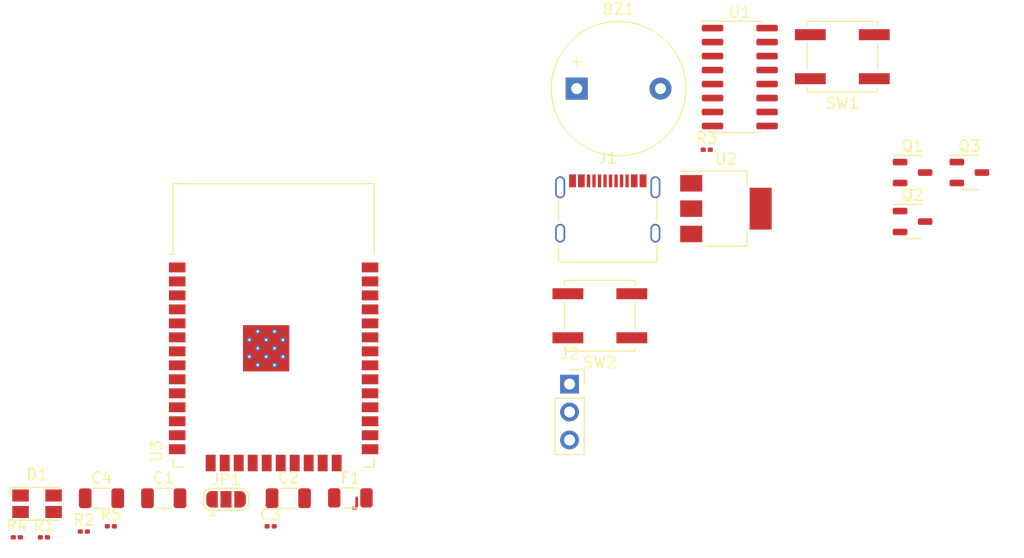
<source format=kicad_pcb>
(kicad_pcb (version 20211014) (generator pcbnew)
  (layers (0 "F.Cu" signal) (31 "B.Cu" signal) (34 "B.Paste" user) (35 "F.Paste" user) (36 "B.SilkS" user "B.Silkscreen") (37 "F.SilkS" user "F.Silkscreen") (38 "B.Mask" user) (39 "F.Mask" user) (44 "Edge.Cuts" user))
  (net 0 "")
  (net 1 "VBUS")
  (net 2 "Net-(BZ1-Pad2)")
  (net 3 "GND")
  (net 4 "+3.3V")
  (net 5 "Net-(D1-Pad1)")
  (net 6 "LED_B")
  (net 7 "LED_G")
  (net 8 "LED_R")
  (net 9 "Net-(F1-Pad1)")
  (net 11 "USB_D+")
  (net 12 "USB_D-")
  (net 16 "CONTROL")
  (net 17 "Net-(JP1-Pad2)")
  (net 18 "Net-(U1-Pad14)")
  (net 19 "EN")
  (net 20 "RST")
  (net 21 "ESP-RX")
  (net 22 "ESP-TX")
  (net 35 "BUZ")
  (net 56 "Net-(R1-Pad2)")
  (net 57 "Net-(R1-Pad1)")
  (net 58 "Net-(R2-Pad2)")
  (footprint "Package_TO_SOT_SMD:SOT-23-3" (layer "F.Cu") (at 193.04 75.57)
    (fp_text reference "Q2" (at 0 -2.4) (layer "F.SilkS"))
    (fp_text value "Q_PMOS_DGS")
    (fp_line (start 0 1.56) (end 0.8 1.56) (layer "F.SilkS") (width 0.12))
    (fp_line (start 0 -1.56) (end 0.8 -1.56) (layer "F.SilkS") (width 0.12))
    (fp_line (start 0 1.56) (end -0.8 1.56) (layer "F.SilkS") (width 0.12))
    (fp_line (start 0 -1.56) (end -1.8 -1.56) (layer "F.SilkS") (width 0.12))
    (pad "1" smd roundrect locked (at -1.1375 -0.95) (size 1.325 0.6) (layers "F.Cu" "F.Paste" "F.Mask") (net 57 "Net-(R1-Pad1)"))
    (pad "2" smd roundrect locked (at -1.1375 0.95) (size 1.325 0.6) (layers "F.Cu" "F.Paste" "F.Mask") (net 58 "Net-(R2-Pad2)"))
    (pad "3" smd roundrect locked (at 1.1375 0) (size 1.325 0.6) (layers "F.Cu" "F.Paste" "F.Mask") (net 19 "EN"))
  )
  (footprint "Capacitor_SMD:C_1206_3216Metric" (layer "F.Cu") (at 125.09 100.7)
    (fp_text reference "C1" (at 0 -1.85) (layer "F.SilkS"))
    (fp_text value "4.7uF")
    (fp_line (start -0.711252 -0.91) (end 0.711252 -0.91) (layer "F.SilkS") (width 0.12))
    (fp_line (start -0.711252 0.91) (end 0.711252 0.91) (layer "F.SilkS") (width 0.12))
    (pad "1" smd roundrect (at -1.475 0) (size 1.15 1.8) (layers "F.Cu" "F.Paste" "F.Mask") (roundrect_rratio 0.217391) (net 1 "VBUS"))
    (pad "2" smd roundrect (at 1.475 0) (size 1.15 1.8) (layers "F.Cu" "F.Paste" "F.Mask") (roundrect_rratio 0.217391) (net 3 "GND"))
  )
  (footprint "Package_SO:SOIC-16_3.9x9.9mm_P1.27mm" (layer "F.Cu") (at 177.36 62.45)
    (fp_text reference "U1" (at 0 -5.9) (layer "F.SilkS"))
    (fp_text value "CH340G")
    (fp_line (start 0 -5.06) (end -3.45 -5.06) (layer "F.SilkS") (width 0.12))
    (fp_line (start 0 5.06) (end -1.95 5.06) (layer "F.SilkS") (width 0.12))
    (fp_line (start 0 5.06) (end 1.95 5.06) (layer "F.SilkS") (width 0.12))
    (fp_line (start 0 -5.06) (end 1.95 -5.06) (layer "F.SilkS") (width 0.12))
    (pad "1" smd roundrect (at -2.475 -4.445) (size 1.95 0.6) (layers "F.Cu" "F.Paste" "F.Mask") (net 3 "GND"))
    (pad "2" smd roundrect (at -2.475 -3.175) (size 1.95 0.6) (layers "F.Cu" "F.Paste" "F.Mask") (net 21 "ESP-RX"))
    (pad "3" smd roundrect (at -2.475 -1.905) (size 1.95 0.6) (layers "F.Cu" "F.Paste" "F.Mask") (net 22 "ESP-TX"))
    (pad "4" smd roundrect (at -2.475 -0.635) (size 1.95 0.6) (layers "F.Cu" "F.Paste" "F.Mask") (net 17 "Net-(JP1-Pad2)"))
    (pad "5" smd roundrect (at -2.475 0.635) (size 1.95 0.6) (layers "F.Cu" "F.Paste" "F.Mask") (net 11 "USB_D+"))
    (pad "6" smd roundrect (at -2.475 1.905) (size 1.95 0.6) (layers "F.Cu" "F.Paste" "F.Mask") (net 12 "USB_D-"))
    (pad "7" smd roundrect (at -2.475 3.175) (size 1.95 0.6) (layers "F.Cu" "F.Paste" "F.Mask"))
    (pad "8" smd roundrect (at -2.475 4.445) (size 1.95 0.6) (layers "F.Cu" "F.Paste" "F.Mask"))
    (pad "9" smd roundrect (at 2.475 4.445) (size 1.95 0.6) (layers "F.Cu" "F.Paste" "F.Mask"))
    (pad "10" smd roundrect (at 2.475 3.175) (size 1.95 0.6) (layers "F.Cu" "F.Paste" "F.Mask"))
    (pad "11" smd roundrect (at 2.475 1.905) (size 1.95 0.6) (layers "F.Cu" "F.Paste" "F.Mask"))
    (pad "12" smd roundrect (at 2.475 0.635) (size 1.95 0.6) (layers "F.Cu" "F.Paste" "F.Mask"))
    (pad "13" smd roundrect (at 2.475 -0.635) (size 1.95 0.6) (layers "F.Cu" "F.Paste" "F.Mask") (net 57 "Net-(R1-Pad1)"))
    (pad "14" smd roundrect (at 2.475 -1.905) (size 1.95 0.6) (layers "F.Cu" "F.Paste" "F.Mask") (net 18 "Net-(U1-Pad14)"))
    (pad "15" smd roundrect (at 2.475 -3.175) (size 1.95 0.6) (layers "F.Cu" "F.Paste" "F.Mask"))
    (pad "16" smd roundrect (at 2.475 -4.445) (size 1.95 0.6) (layers "F.Cu" "F.Paste" "F.Mask") (net 17 "Net-(JP1-Pad2)"))
  )
  (footprint "Resistor_SMD:R_0201_0603Metric" (layer "F.Cu") (at 174.36 69.05)
    (fp_text reference "R3" (at 0 -1.05) (layer "F.SilkS"))
    (fp_text value "10k")
    (pad "1" smd roundrect (at -0.32 0) (size 0.46 0.4) (layers "F.Cu" "F.Mask") (net 4 "+3.3V"))
    (pad "2" smd roundrect (at 0.32 0) (size 0.46 0.4) (layers "F.Cu" "F.Mask") (net 19 "EN"))
  )
  (footprint "Jumper:SolderJumper-3_P1.3mm_Open_RoundedPad1.0x1.5mm" (layer "F.Cu") (at 130.74 100.8)
    (fp_text reference "JP1" (at 0 -1.8) (layer "F.SilkS"))
    (fp_text value "SolderJumper_3_Open")
    (fp_line (start 1.4 1) (end -1.4 1) (layer "F.SilkS") (width 0.12))
    (fp_line (start -1.4 -1) (end 1.4 -1) (layer "F.SilkS") (width 0.12))
    (fp_line (start 2.05 -0.3) (end 2.05 0.3) (layer "F.SilkS") (width 0.12))
    (fp_line (start -1.5 1.5) (end -0.9 1.5) (layer "F.SilkS") (width 0.12))
    (fp_line (start -2.05 0.3) (end -2.05 -0.3) (layer "F.SilkS") (width 0.12))
    (fp_line (start -1.2 1.2) (end -1.5 1.5) (layer "F.SilkS") (width 0.12))
    (fp_line (start -1.2 1.2) (end -0.9 1.5) (layer "F.SilkS") (width 0.12))
    (fp_arc (start -2.05 -0.3) (mid -1.844975 -0.794975) (end -1.35 -1) (layer "F.SilkS") (width 0.12))
    (fp_arc (start 2.05 0.3) (mid 1.844975 0.794975) (end 1.35 1) (layer "F.SilkS") (width 0.12))
    (fp_arc (start 1.35 -1) (mid 1.844975 -0.794975) (end 2.05 -0.3) (layer "F.SilkS") (width 0.12))
    (fp_arc (start -1.35 1) (mid -1.844975 0.794975) (end -2.05 0.3) (layer "F.SilkS") (width 0.12))
    (pad "1" smd custom (at -1.3 0) (size 1 0.5) (layers "F.Cu" "F.Mask") (net 1 "VBUS") (options (clearance outline) (anchor rect)) (primitives (gr_circle (center 0 0.25) (end 0.5 0.25) (width 0) (fill yes)) (gr_circle (center 0 -0.25) (end 0.5 -0.25) (width 0) (fill yes)) (gr_poly (pts (xy 0.55 0.75) (xy 0 0.75) (xy 0 -0.75) (xy 0.55 -0.75)) (width 0) (fill yes))))
    (pad "2" smd rect (at 0 0) (size 1 1.5) (layers "F.Cu" "F.Mask") (net 17 "Net-(JP1-Pad2)"))
    (pad "3" smd custom (at 1.3 0) (size 1 0.5) (layers "F.Cu" "F.Mask") (net 4 "+3.3V") (options (clearance outline) (anchor rect)) (primitives (gr_circle (center 0 0.25) (end 0.5 0.25) (width 0) (fill yes)) (gr_circle (center 0 -0.25) (end 0.5 -0.25) (width 0) (fill yes)) (gr_poly (pts (xy 0 0.75) (xy -0.55 0.75) (xy -0.55 -0.75) (xy 0 -0.75)) (width 0) (fill yes))))
  )
  (footprint "Resistor_SMD:R_0201_0603Metric" (layer "F.Cu") (at 117.84 103.73)
    (fp_text reference "R2" (at 0 -1.05) (layer "F.SilkS"))
    (fp_text value "10k")
    (pad "1" smd roundrect (at -0.32 0) (size 0.46 0.4) (layers "F.Cu" "F.Mask") (net 18 "Net-(U1-Pad14)"))
    (pad "2" smd roundrect (at 0.32 0) (size 0.46 0.4) (layers "F.Cu" "F.Mask") (net 58 "Net-(R2-Pad2)"))
  )
  (footprint "Connector_USB:USB_C_Receptacle_Palconn_UTC16-G" (layer "F.Cu") (at 165.38 74.39)
    (fp_text reference "J1" (at 0 -4.58) (layer "F.SilkS"))
    (fp_text value "CSP-USC16-TR")
    (fp_line (start -4.47 4.84) (end -4.47 3.38) (layer "F.SilkS") (width 0.12))
    (fp_line (start 4.47 -0.67) (end 4.47 1.13) (layer "F.SilkS") (width 0.12))
    (fp_line (start 4.47 4.84) (end 4.47 3.38) (layer "F.SilkS") (width 0.12))
    (fp_line (start 4.47 4.84) (end -4.47 4.84) (layer "F.SilkS") (width 0.12))
    (fp_line (start -4.47 -0.67) (end -4.47 1.13) (layer "F.SilkS") (width 0.12))
    (pad "" np_thru_hole circle (at 2.89 -1.45 180) (size 0.6 0.6) (drill 0.6) (layers *.Cu *.Mask))
    (pad "" np_thru_hole circle (at -2.89 -1.45 180) (size 0.6 0.6) (drill 0.6) (layers *.Cu *.Mask))
    (pad "A1" smd rect (at -3.2 -2.51) (size 0.6 1.16) (layers "F.Cu" "F.Paste" "F.Mask") (net 3 "GND"))
    (pad "A4" smd rect (at -2.4 -2.51) (size 0.6 1.16) (layers "F.Cu" "F.Paste" "F.Mask") (net 9 "Net-(F1-Pad1)"))
    (pad "A5" smd rect (at -1.25 -2.51 180) (size 0.3 1.16) (layers "F.Cu" "F.Paste" "F.Mask"))
    (pad "A6" smd rect (at -0.25 -2.51 180) (size 0.3 1.16) (layers "F.Cu" "F.Paste" "F.Mask") (net 11 "USB_D+"))
    (pad "A7" smd rect (at 0.25 -2.51 180) (size 0.3 1.16) (layers "F.Cu" "F.Paste" "F.Mask") (net 12 "USB_D-"))
    (pad "A8" smd rect (at 1.25 -2.51 180) (size 0.3 1.16) (layers "F.Cu" "F.Paste" "F.Mask"))
    (pad "A9" smd rect (at 2.4 -2.51) (size 0.6 1.16) (layers "F.Cu" "F.Paste" "F.Mask") (net 9 "Net-(F1-Pad1)"))
    (pad "A12" smd rect (at 3.2 -2.51) (size 0.6 1.16) (layers "F.Cu" "F.Paste" "F.Mask") (net 3 "GND"))
    (pad "B1" smd rect (at 3.2 -2.51) (size 0.6 1.16) (layers "F.Cu" "F.Paste" "F.Mask") (net 3 "GND"))
    (pad "B4" smd rect (at 2.4 -2.51) (size 0.6 1.16) (layers "F.Cu" "F.Paste" "F.Mask") (net 9 "Net-(F1-Pad1)"))
    (pad "B5" smd rect (at 1.75 -2.51 180) (size 0.3 1.16) (layers "F.Cu" "F.Paste" "F.Mask"))
    (pad "B6" smd rect (at 0.75 -2.51 180) (size 0.3 1.16) (layers "F.Cu" "F.Paste" "F.Mask") (net 11 "USB_D+"))
    (pad "B7" smd rect (at -0.75 -2.51 180) (size 0.3 1.16) (layers "F.Cu" "F.Paste" "F.Mask") (net 12 "USB_D-"))
    (pad "B8" smd rect (at -1.75 -2.51 180) (size 0.3 1.16) (layers "F.Cu" "F.Paste" "F.Mask"))
    (pad "B9" smd rect (at -2.4 -2.51) (size 0.6 1.16) (layers "F.Cu" "F.Paste" "F.Mask") (net 9 "Net-(F1-Pad1)"))
    (pad "B12" smd rect (at -3.2 -2.51) (size 0.6 1.16) (layers "F.Cu" "F.Paste" "F.Mask") (net 3 "GND"))
    (pad "S1" thru_hole oval (at 4.32 -1.93 90) (size 2 0.9) (drill oval 1.7 0.6) (layers *.Cu *.Mask) (net 3 "GND"))
    (pad "S1" thru_hole oval (at 4.32 2.24 90) (size 1.7 0.9) (drill oval 1.4 0.6) (layers *.Cu *.Mask) (net 3 "GND"))
    (pad "S1" thru_hole oval (at -4.32 -1.93 90) (size 2 0.9) (drill oval 1.7 0.6) (layers *.Cu *.Mask) (net 3 "GND"))
    (pad "S1" thru_hole oval (at -4.32 2.24 90) (size 1.7 0.9) (drill oval 1.4 0.6) (layers *.Cu *.Mask) (net 3 "GND"))
  )
  (footprint "Capacitor_SMD:C_0201_0603Metric" (layer "F.Cu") (at 134.79 103.25)
    (fp_text reference "C3" (at 0 -1.05) (layer "F.SilkS"))
    (fp_text value "10uF")
    (pad "1" smd roundrect (at -0.32 0) (size 0.46 0.4) (layers "F.Cu" "F.Mask") (net 4 "+3.3V"))
    (pad "2" smd roundrect (at 0.32 0) (size 0.46 0.4) (layers "F.Cu" "F.Mask") (net 3 "GND"))
  )
  (footprint "Capacitor_SMD:C_1206_3216Metric" (layer "F.Cu") (at 136.39 100.7)
    (fp_text reference "C2" (at 0 -1.85) (layer "F.SilkS"))
    (fp_text value "10uF")
    (fp_line (start -0.711252 0.91) (end 0.711252 0.91) (layer "F.SilkS") (width 0.12))
    (fp_line (start -0.711252 -0.91) (end 0.711252 -0.91) (layer "F.SilkS") (width 0.12))
    (pad "1" smd roundrect (at -1.475 0) (size 1.15 1.8) (layers "F.Cu" "F.Paste" "F.Mask") (roundrect_rratio 0.217391) (net 4 "+3.3V"))
    (pad "2" smd roundrect (at 1.475 0) (size 1.15 1.8) (layers "F.Cu" "F.Paste" "F.Mask") (roundrect_rratio 0.217391) (net 3 "GND"))
  )
  (footprint "Package_TO_SOT_SMD:SOT-23-3" (layer "F.Cu") (at 193.04 71.12)
    (fp_text reference "Q1" (at 0 -2.4) (layer "F.SilkS"))
    (fp_text value "Q_PMOS_DGS")
    (fp_line (start 0 -1.56) (end 0.8 -1.56) (layer "F.SilkS") (width 0.12))
    (fp_line (start 0 1.56) (end 0.8 1.56) (layer "F.SilkS") (width 0.12))
    (fp_line (start 0 1.56) (end -0.8 1.56) (layer "F.SilkS") (width 0.12))
    (fp_line (start 0 -1.56) (end -1.8 -1.56) (layer "F.SilkS") (width 0.12))
    (pad "1" smd roundrect locked (at -1.1375 -0.95) (size 1.325 0.6) (layers "F.Cu" "F.Paste" "F.Mask") (net 18 "Net-(U1-Pad14)"))
    (pad "2" smd roundrect locked (at -1.1375 0.95) (size 1.325 0.6) (layers "F.Cu" "F.Paste" "F.Mask") (net 56 "Net-(R1-Pad2)"))
    (pad "3" smd roundrect locked (at 1.1375 0) (size 1.325 0.6) (layers "F.Cu" "F.Paste" "F.Mask") (net 20 "RST"))
  )
  (footprint "Package_TO_SOT_SMD:SOT-23-3" (layer "F.Cu") (at 198.19 71.12)
    (fp_text reference "Q3" (at 0 -2.4) (layer "F.SilkS"))
    (fp_text value "Q_PMOS_DGS")
    (fp_line (start 0 1.56) (end -0.8 1.56) (layer "F.SilkS") (width 0.12))
    (fp_line (start 0 1.56) (end 0.8 1.56) (layer "F.SilkS") (width 0.12))
    (fp_line (start 0 -1.56) (end 0.8 -1.56) (layer "F.SilkS") (width 0.12))
    (fp_line (start 0 -1.56) (end -1.8 -1.56) (layer "F.SilkS") (width 0.12))
    (pad "1" smd roundrect locked (at -1.1375 -0.95) (size 1.325 0.6) (layers "F.Cu" "F.Paste" "F.Mask") (net 3 "GND"))
    (pad "2" smd roundrect locked (at -1.1375 0.95) (size 1.325 0.6) (layers "F.Cu" "F.Paste" "F.Mask") (net 35 "BUZ"))
    (pad "3" smd roundrect locked (at 1.1375 0) (size 1.325 0.6) (layers "F.Cu" "F.Paste" "F.Mask") (net 2 "Net-(BZ1-Pad2)"))
  )
  (footprint "Capacitor_SMD:C_1206_3216Metric" (layer "F.Cu") (at 119.44 100.7)
    (fp_text reference "C4" (at 0 -1.85) (layer "F.SilkS"))
    (fp_text value "100nF")
    (fp_line (start -0.711252 -0.91) (end 0.711252 -0.91) (layer "F.SilkS") (width 0.12))
    (fp_line (start -0.711252 0.91) (end 0.711252 0.91) (layer "F.SilkS") (width 0.12))
    (pad "1" smd roundrect (at -1.475 0) (size 1.15 1.8) (layers "F.Cu" "F.Paste" "F.Mask") (roundrect_rratio 0.217391) (net 4 "+3.3V"))
    (pad "2" smd roundrect (at 1.475 0) (size 1.15 1.8) (layers "F.Cu" "F.Paste" "F.Mask") (roundrect_rratio 0.217391) (net 3 "GND"))
  )
  (footprint "Resistor_SMD:R_1206_3216Metric" (layer "F.Cu") (at 142.02 100.67)
    (fp_text reference "F1" (at 0 -1.82) (layer "F.SilkS"))
    (fp_text value "Fuse")
    (fp_line (start -0.727064 0.91) (end 0.727064 0.91) (layer "F.SilkS") (width 0.12))
    (fp_line (start -0.727064 -0.91) (end 0.727064 -0.91) (layer "F.SilkS") (width 0.12))
    (pad "1" smd roundrect (at -1.4625 0) (size 1.125 1.75) (layers "F.Cu" "F.Paste" "F.Mask") (roundrect_rratio 0.222222) (net 9 "Net-(F1-Pad1)"))
    (pad "2" smd roundrect (at 1.4625 0) (size 1.125 1.75) (layers "F.Cu" "F.Paste" "F.Mask") (roundrect_rratio 0.222222) (net 1 "VBUS"))
  )
  (footprint "Package_TO_SOT_SMD:SOT-223-3_TabPin2" (layer "F.Cu") (at 176.1 74.4)
    (fp_text reference "U2" (at 0 -4.5) (layer "F.SilkS"))
    (fp_text value "AMS1117-3.3")
    (fp_line (start 1.91 3.41) (end 1.91 2.15) (layer "F.SilkS") (width 0.12))
    (fp_line (start -4.1 -3.41) (end 1.91 -3.41) (layer "F.SilkS") (width 0.12))
    (fp_line (start -1.85 3.41) (end 1.91 3.41) (layer "F.SilkS") (width 0.12))
    (fp_line (start 1.91 -3.41) (end 1.91 -2.15) (layer "F.SilkS") (width 0.12))
    (pad "1" smd rect (at -3.15 -2.3) (size 2 1.5) (layers "F.Cu" "F.Paste" "F.Mask") (net 3 "GND"))
    (pad "2" smd rect (at -3.15 0) (size 2 1.5) (layers "F.Cu" "F.Paste" "F.Mask") (net 4 "+3.3V"))
    (pad "2" smd rect (at 3.15 0) (size 2 3.8) (layers "F.Cu" "F.Paste" "F.Mask") (net 4 "+3.3V"))
    (pad "3" smd rect (at -3.15 2.3) (size 2 1.5) (layers "F.Cu" "F.Paste" "F.Mask") (net 1 "VBUS"))
  )
  (footprint "LED_SMD:LED_Avago_PLCC4_3.2x2.8mm_CW" (layer "F.Cu") (at 113.595044 101.2)
    (fp_text reference "D1" (at 0 -2.65) (layer "F.SilkS"))
    (fp_text value "LED_RGB")
    (fp_line (start -2.500044 -1.5) (end 1.95 -1.5) (layer "F.SilkS") (width 0.12))
    (fp_line (start -1.95 1.5) (end 1.95 1.5) (layer "F.SilkS") (width 0.12))
    (fp_line (start -2.5 -0.7) (end -2.5 -1.5) (layer "F.SilkS") (width 0.12))
    (pad "1" smd rect (at -1.5 -0.75) (size 1.5 1.1) (layers "F.Cu" "F.Paste" "F.Mask") (net 5 "Net-(D1-Pad1)"))
    (pad "2" smd rect (at 1.5 -0.75) (size 1.5 1.1) (layers "F.Cu" "F.Paste" "F.Mask") (net 6 "LED_B"))
    (pad "3" smd rect (at 1.5 0.75) (size 1.5 1.1) (layers "F.Cu" "F.Paste" "F.Mask") (net 7 "LED_G"))
    (pad "4" smd rect (at -1.5 0.75) (size 1.5 1.1) (layers "F.Cu" "F.Paste" "F.Mask") (net 8 "LED_R"))
  )
  (footprint "Resistor_SMD:R_0201_0603Metric" (layer "F.Cu") (at 120.29 103.25)
    (fp_text reference "R5" (at 0 -1.05) (layer "F.SilkS"))
    (fp_text value "1k")
    (pad "1" smd roundrect (at -0.32 0) (size 0.46 0.4) (layers "F.Cu" "F.Mask") (net 4 "+3.3V"))
    (pad "2" smd roundrect (at 0.32 0) (size 0.46 0.4) (layers "F.Cu" "F.Mask") (net 5 "Net-(D1-Pad1)"))
  )
  (footprint "Connector_PinSocket_2.54mm:PinSocket_1x03_P2.54mm_Vertical" (layer "F.Cu") (at 161.91 90.33)
    (fp_text reference "J2" (at 0 -2.77) (layer "F.SilkS"))
    (fp_text value "Conn_01x03_Male")
    (fp_line (start -1.33 1.27) (end -1.33 6.41) (layer "F.SilkS") (width 0.12))
    (fp_line (start 1.33 -1.33) (end 1.33 0) (layer "F.SilkS") (width 0.12))
    (fp_line (start -1.33 1.27) (end 1.33 1.27) (layer "F.SilkS") (width 0.12))
    (fp_line (start 1.33 1.27) (end 1.33 6.41) (layer "F.SilkS") (width 0.12))
    (fp_line (start 0 -1.33) (end 1.33 -1.33) (layer "F.SilkS") (width 0.12))
    (fp_line (start -1.33 6.41) (end 1.33 6.41) (layer "F.SilkS") (width 0.12))
    (pad "1" thru_hole rect (at 0 0) (size 1.7 1.7) (drill 1) (layers *.Cu *.Mask) (net 16 "CONTROL"))
    (pad "2" thru_hole oval (at 0 2.54) (size 1.7 1.7) (drill 1) (layers *.Cu *.Mask) (net 1 "VBUS"))
    (pad "3" thru_hole oval (at 0 5.08) (size 1.7 1.7) (drill 1) (layers *.Cu *.Mask) (net 3 "GND"))
  )
  (footprint "RF_Module:ESP32-WROOM-32" (layer "F.Cu") (at 135.06 87.99)
    (fp_text reference "U3" (at -10.61 8.43 90) (layer "F.SilkS"))
    (fp_text value "ESP32-WROOM-32D")
    (fp_line (start -9.12 -15.86) (end 9.12 -15.86) (layer "F.SilkS") (width 0.12))
    (fp_line (start 9.12 9.1) (end 9.12 9.88) (layer "F.SilkS") (width 0.12))
    (fp_line (start 9.12 -15.86) (end 9.12 -9.445) (layer "F.SilkS") (width 0.12))
    (fp_line (start -9.12 -15.86) (end -9.12 -9.445) (layer "F.SilkS") (width 0.12))
    (fp_line (start -9.12 9.1) (end -9.12 9.88) (layer "F.SilkS") (width 0.12))
    (fp_line (start -9.12 9.88) (end -8.12 9.88) (layer "F.SilkS") (width 0.12))
    (fp_line (start 9.12 9.88) (end 8.12 9.88) (layer "F.SilkS") (width 0.12))
    (fp_line (start -9.12 -9.445) (end -9.5 -9.445) (layer "F.SilkS") (width 0.12))
    (pad "1" smd rect (at -8.75 -8.25) (size 1.5 0.9) (layers "F.Cu" "F.Paste" "F.Mask") (net 3 "GND"))
    (pad "2" smd rect (at -8.75 -6.98) (size 1.5 0.9) (layers "F.Cu" "F.Paste" "F.Mask") (net 4 "+3.3V"))
    (pad "3" smd rect (at -8.75 -5.71) (size 1.5 0.9) (layers "F.Cu" "F.Paste" "F.Mask") (net 19 "EN"))
    (pad "4" smd rect (at -8.75 -4.44) (size 1.5 0.9) (layers "F.Cu" "F.Paste" "F.Mask"))
    (pad "5" smd rect (at -8.75 -3.17) (size 1.5 0.9) (layers "F.Cu" "F.Paste" "F.Mask"))
    (pad "6" smd rect (at -8.75 -1.9) (size 1.5 0.9) (layers "F.Cu" "F.Paste" "F.Mask"))
    (pad "7" smd rect (at -8.75 -0.63) (size 1.5 0.9) (layers "F.Cu" "F.Paste" "F.Mask"))
    (pad "8" smd rect (at -8.75 0.64) (size 1.5 0.9) (layers "F.Cu" "F.Paste" "F.Mask") (net 8 "LED_R"))
    (pad "9" smd rect (at -8.75 1.91) (size 1.5 0.9) (layers "F.Cu" "F.Paste" "F.Mask"))
    (pad "10" smd rect (at -8.75 3.18) (size 1.5 0.9) (layers "F.Cu" "F.Paste" "F.Mask") (net 35 "BUZ"))
    (pad "11" smd rect (at -8.75 4.45) (size 1.5 0.9) (layers "F.Cu" "F.Paste" "F.Mask") (net 6 "LED_B"))
    (pad "12" smd rect (at -8.75 5.72) (size 1.5 0.9) (layers "F.Cu" "F.Paste" "F.Mask") (net 7 "LED_G"))
    (pad "13" smd rect (at -8.75 6.99) (size 1.5 0.9) (layers "F.Cu" "F.Paste" "F.Mask"))
    (pad "14" smd rect (at -8.75 8.26) (size 1.5 0.9) (layers "F.Cu" "F.Paste" "F.Mask"))
    (pad "15" smd rect (at -5.71 9.51 90) (size 1.5 0.9) (layers "F.Cu" "F.Paste" "F.Mask") (net 3 "GND"))
    (pad "16" smd rect (at -4.44 9.51 90) (size 1.5 0.9) (layers "F.Cu" "F.Paste" "F.Mask") (net 16 "CONTROL"))
    (pad "17" smd rect (at -3.17 9.51 90) (size 1.5 0.9) (layers "F.Cu" "F.Paste" "F.Mask"))
    (pad "18" smd rect (at -1.9 9.51 90) (size 1.5 0.9) (layers "F.Cu" "F.Paste" "F.Mask"))
    (pad "19" smd rect (at -0.63 9.51 90) (size 1.5 0.9) (layers "F.Cu" "F.Paste" "F.Mask"))
    (pad "20" smd rect (at 0.64 9.51 90) (size 1.5 0.9) (layers "F.Cu" "F.Paste" "F.Mask"))
    (pad "21" smd rect (at 1.91 9.51 90) (size 1.5 0.9) (layers "F.Cu" "F.Paste" "F.Mask"))
    (pad "22" smd rect (at 3.18 9.51 90) (size 1.5 0.9) (layers "F.Cu" "F.Paste" "F.Mask"))
    (pad "23" smd rect (at 4.45 9.51 90) (size 1.5 0.9) (layers "F.Cu" "F.Paste" "F.Mask"))
    (pad "24" smd rect (at 5.72 9.51 90) (size 1.5 0.9) (layers "F.Cu" "F.Paste" "F.Mask"))
    (pad "25" smd rect (at 8.75 8.26) (size 1.5 0.9) (layers "F.Cu" "F.Paste" "F.Mask") (net 20 "RST"))
    (pad "26" smd rect (at 8.75 6.99) (size 1.5 0.9) (layers "F.Cu" "F.Paste" "F.Mask"))
    (pad "27" smd rect (at 8.75 5.72) (size 1.5 0.9) (layers "F.Cu" "F.Paste" "F.Mask"))
    (pad "28" smd rect (at 8.75 4.45) (size 1.5 0.9) (layers "F.Cu" "F.Paste" "F.Mask"))
    (pad "29" smd rect (at 8.75 3.18) (size 1.5 0.9) (layers "F.Cu" "F.Paste" "F.Mask"))
    (pad "30" smd rect (at 8.75 1.91) (size 1.5 0.9) (layers "F.Cu" "F.Paste" "F.Mask"))
    (pad "31" smd rect (at 8.75 0.64) (size 1.5 0.9) (layers "F.Cu" "F.Paste" "F.Mask"))
    (pad "32" smd rect (at 8.75 -0.63) (size 1.5 0.9) (layers "F.Cu" "F.Paste" "F.Mask"))
    (pad "33" smd rect (at 8.75 -1.9) (size 1.5 0.9) (layers "F.Cu" "F.Paste" "F.Mask"))
    (pad "34" smd rect (at 8.75 -3.17) (size 1.5 0.9) (layers "F.Cu" "F.Paste" "F.Mask") (net 21 "ESP-RX"))
    (pad "35" smd rect (at 8.75 -4.44) (size 1.5 0.9) (layers "F.Cu" "F.Paste" "F.Mask") (net 22 "ESP-TX"))
    (pad "36" smd rect (at 8.75 -5.71) (size 1.5 0.9) (layers "F.Cu" "F.Paste" "F.Mask"))
    (pad "37" smd rect (at 8.75 -6.98) (size 1.5 0.9) (layers "F.Cu" "F.Paste" "F.Mask"))
    (pad "38" smd rect (at 8.75 -8.25) (size 1.5 0.9) (layers "F.Cu" "F.Paste" "F.Mask") (net 3 "GND"))
    (pad "39" smd rect (at 0.845 -2.435) (size 1.05 1.05) (layers "F.Cu" "F.Paste") (net 3 "GND"))
    (pad "39" thru_hole circle (at 0.0825 0.615) (size 0.475 0.475) (drill 0.2) (property pad_prop_heatsink) (layers *.Cu "F.Mask") (net 3 "GND"))
    (pad "39" thru_hole circle (at -1.4425 0.615) (size 0.475 0.475) (drill 0.2) (property pad_prop_heatsink) (layers *.Cu "F.Mask") (net 3 "GND"))
    (pad "39" smd rect (at 0.845 -0.91) (size 1.05 1.05) (layers "F.Cu" "F.Paste") (net 3 "GND"))
    (pad "39" smd rect (at -2.205 0.615) (size 1.05 1.05) (layers "F.Cu" "F.Paste") (net 3 "GND"))
    (pad "39" thru_hole circle (at -1.4425 -2.435) (size 0.475 0.475) (drill 0.2) (property pad_prop_heatsink) (layers *.Cu "F.Mask") (net 3 "GND"))
    (pad "39" smd rect (at 0.845 0.615) (size 1.05 1.05) (layers "F.Cu" "F.Paste") (net 3 "GND"))
    (pad "39" smd rect (at -0.68 -0.91) (size 4.2 4.2) (layers "F.Cu" "F.Mask") (net 3 "GND"))
    (pad "39" smd rect (at -0.68 -0.91) (size 1.05 1.05) (layers "F.Cu" "F.Paste") (net 3 "GND"))
    (pad "39" smd rect (at -2.205 -2.435) (size 1.05 1.05) (layers "F.Cu" "F.Paste") (net 3 "GND"))
    (pad "39" thru_hole circle (at 0.0825 -2.435) (size 0.475 0.475) (drill 0.2) (property pad_prop_heatsink) (layers *.Cu "F.Mask") (net 3 "GND"))
    (pad "39" smd rect (at -0.68 0.615) (size 1.05 1.05) (layers "F.Cu" "F.Paste") (net 3 "GND"))
    (pad "39" smd rect (at -2.205 -0.91) (size 1.05 1.05) (layers "F.Cu" "F.Paste") (net 3 "GND"))
    (pad "39" smd rect (at -0.68 -2.435) (size 1.05 1.05) (layers "F.Cu" "F.Paste") (net 3 "GND"))
    (pad "39" thru_hole circle (at -2.205 -1.6725) (size 0.475 0.475) (drill 0.2) (property pad_prop_heatsink) (layers *.Cu "F.Mask") (net 3 "GND"))
    (pad "39" thru_hole circle (at -2.205 -0.1475) (size 0.475 0.475) (drill 0.2) (property pad_prop_heatsink) (layers *.Cu "F.Mask") (net 3 "GND"))
    (pad "39" thru_hole circle (at 0.0825 -0.91) (size 0.475 0.475) (drill 0.2) (property pad_prop_heatsink) (layers *.Cu "F.Mask") (net 3 "GND"))
    (pad "39" thru_hole circle (at 0.845 -1.6725) (size 0.475 0.475) (drill 0.2) (property pad_prop_heatsink) (layers *.Cu "F.Mask") (net 3 "GND"))
    (pad "39" thru_hole circle (at -1.4425 -0.91) (size 0.475 0.475) (drill 0.2) (property pad_prop_heatsink) (layers *.Cu "F.Mask") (net 3 "GND"))
    (pad "39" thru_hole circle (at -0.68 -0.1475) (size 0.475 0.475) (drill 0.2) (property pad_prop_heatsink) (layers *.Cu "F.Mask") (net 3 "GND"))
    (pad "39" thru_hole circle (at -0.68 -1.6725) (size 0.475 0.475) (drill 0.2) (property pad_prop_heatsink) (layers *.Cu "F.Mask") (net 3 "GND"))
    (pad "39" thru_hole circle (at 0.845 -0.1475) (size 0.475 0.475) (drill 0.2) (property pad_prop_heatsink) (layers *.Cu "F.Mask") (net 3 "GND"))
  )
  (footprint "Button_Switch_SMD:SW_Push_1P1T_NO_CK_KSC6xxJ" (layer "F.Cu") (at 164.66 84.13)
    (fp_text reference "SW2" (at 0 4.24) (layer "F.SilkS"))
    (fp_text value "SW_Push")
    (fp_line (start -3.21 3.21) (end 3.21 3.21) (layer "F.SilkS") (width 0.12))
    (fp_line (start -3.21 -3.21) (end -3.21 -2.8) (layer "F.SilkS") (width 0.12))
    (fp_line (start 3.21 -3.21) (end -3.21 -3.21) (layer "F.SilkS") (width 0.12))
    (fp_line (start -3.21 2.8) (end -3.21 3.21) (layer "F.SilkS") (width 0.12))
    (fp_line (start 3.21 -2.8) (end 3.21 -3.21) (layer "F.SilkS") (width 0.12))
    (fp_line (start -3.21 -1.2) (end -3.21 1.2) (layer "F.SilkS") (width 0.12))
    (fp_line (start 3.21 3.21) (end 3.21 2.93) (layer "F.SilkS") (width 0.12))
    (fp_line (start 3.21 1.2) (end 3.21 -1.2) (layer "F.SilkS") (width 0.12))
    (pad "1" smd rect (at -2.9 -2) (size 2.8 1) (layers "F.Cu" "F.Paste" "F.Mask") (net 3 "GND"))
    (pad "1" smd rect (at 2.9 -2) (size 2.8 1) (layers "F.Cu" "F.Paste" "F.Mask") (net 3 "GND"))
    (pad "2" smd rect (at 2.9 2) (size 2.8 1) (layers "F.Cu" "F.Paste" "F.Mask") (net 20 "RST"))
    (pad "2" smd rect (at -2.9 2) (size 2.8 1) (layers "F.Cu" "F.Paste" "F.Mask") (net 20 "RST"))
  )
  (footprint "Button_Switch_SMD:SW_Push_1P1T_NO_CK_KSC6xxJ" (layer "F.Cu") (at 186.66 60.6)
    (fp_text reference "SW1" (at 0 4.24) (layer "F.SilkS"))
    (fp_text value "SW_Push")
    (fp_line (start 3.21 -2.8) (end 3.21 -3.21) (layer "F.SilkS") (width 0.12))
    (fp_line (start 3.21 1.2) (end 3.21 -1.2) (layer "F.SilkS") (width 0.12))
    (fp_line (start -3.21 3.21) (end 3.21 3.21) (layer "F.SilkS") (width 0.12))
    (fp_line (start 3.21 3.21) (end 3.21 2.93) (layer "F.SilkS") (width 0.12))
    (fp_line (start -3.21 -3.21) (end -3.21 -2.8) (layer "F.SilkS") (width 0.12))
    (fp_line (start 3.21 -3.21) (end -3.21 -3.21) (layer "F.SilkS") (width 0.12))
    (fp_line (start -3.21 2.8) (end -3.21 3.21) (layer "F.SilkS") (width 0.12))
    (fp_line (start -3.21 -1.2) (end -3.21 1.2) (layer "F.SilkS") (width 0.12))
    (pad "1" smd rect (at 2.9 -2) (size 2.8 1) (layers "F.Cu" "F.Paste" "F.Mask") (net 3 "GND"))
    (pad "1" smd rect (at -2.9 -2) (size 2.8 1) (layers "F.Cu" "F.Paste" "F.Mask") (net 3 "GND"))
    (pad "2" smd rect (at -2.9 2) (size 2.8 1) (layers "F.Cu" "F.Paste" "F.Mask") (net 19 "EN"))
    (pad "2" smd rect (at 2.9 2) (size 2.8 1) (layers "F.Cu" "F.Paste" "F.Mask") (net 19 "EN"))
  )
  (footprint "Buzzer_Beeper:Buzzer_12x9.5RM7.6" (layer "F.Cu") (at 162.56 63.5)
    (fp_text reference "BZ1" (at 3.8 -7.2) (layer "F.SilkS"))
    (fp_text value "Buzzer")
    (fp_text user "+" (at -0.01 -2.54) (layer "F.SilkS"))
    (fp_circle (center 3.8 0) (end 9.9 0) (layer "F.SilkS") (width 0.12) (fill none))
    (pad "1" thru_hole rect (at 0 0) (size 2 2) (drill 1) (layers *.Cu *.Mask) (net 1 "VBUS"))
    (pad "2" thru_hole circle (at 7.6 0) (size 2 2) (drill 1) (layers *.Cu *.Mask) (net 2 "Net-(BZ1-Pad2)"))
  )
  (footprint "Resistor_SMD:R_0201_0603Metric" (layer "F.Cu") (at 111.76 104.25)
    (fp_text reference "R4" (at 0 -1.05) (layer "F.SilkS"))
    (fp_text value "10k")
    (pad "1" smd roundrect (at -0.32 0) (size 0.46 0.4) (layers "F.Cu" "F.Mask") (net 4 "+3.3V"))
    (pad "2" smd roundrect (at 0.32 0) (size 0.46 0.4) (layers "F.Cu" "F.Mask") (net 20 "RST"))
  )
  (footprint "Resistor_SMD:R_0201_0603Metric" (layer "F.Cu") (at 114.21 104.25)
    (fp_text reference "R1" (at 0 -1.05) (layer "F.SilkS"))
    (fp_text value "10k")
    (pad "1" smd roundrect (at -0.32 0) (size 0.46 0.4) (layers "F.Cu" "F.Mask") (net 57 "Net-(R1-Pad1)"))
    (pad "2" smd roundrect (at 0.32 0) (size 0.46 0.4) (layers "F.Cu" "F.Mask") (net 56 "Net-(R1-Pad2)"))
  )
  (segment (start 142.24 101.6) (end 142.528173 101.6) (width 0.25) (layer "F.Cu") (net 0))
  (segment (start 142.595 101.533173) (end 142.595 100.67) (width 0.25) (layer "F.Cu") (net 0))
  (segment (start 142.528173 101.6) (end 142.595 101.533173) (width 0.25) (layer "F.Cu") (net 0))
)
</source>
